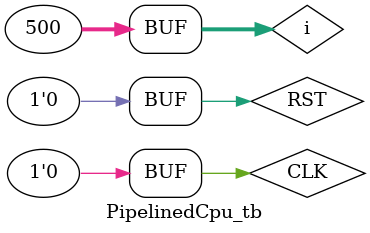
<source format=v>
module PipelinedCpu_tb ();

reg CLK;
wire [31:0] OUT;
reg RST;
integer i;
PipelinedCpu PipelinedCpu1 (.CLK(CLK), .RST(RST), .OUT(OUT));

initial begin
    RST = 1;
    CLK = 0;
    #1;
    CLK = 1;
    #1
    RST = 0;
    CLK = 0;
    #1
    for(i=0; i<500; i=i+1) begin
        CLK = 1;
        #1
        CLK = 0;
        #1;
    end


end


// always begin
//     #6 CLK=0;
//     #4 CLK=1;
// end

    
endmodule
</source>
